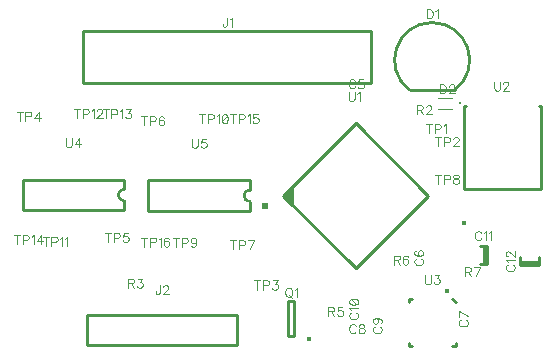
<source format=gbr>
G04 DipTrace 2.4.0.2*
%INTopSilk.gbr*%
%MOIN*%
%ADD10C,0.0098*%
%ADD27C,0.0039*%
%ADD28C,0.0079*%
%ADD34C,0.0154*%
%ADD37C,0.0237*%
%ADD40O,0.0154X0.0162*%
%ADD88C,0.0046*%
%FSLAX44Y44*%
G04*
G70*
G90*
G75*
G01*
%LNTopSilk*%
%LPD*%
X20179Y8002D2*
D10*
Y7372D1*
X20254Y8002D2*
Y7372D1*
Y8002D2*
X20018D1*
X20254Y7372D2*
X20018D1*
X22002Y7445D2*
X21372D1*
X22002Y7370D2*
X21372D1*
X22002D2*
Y7606D1*
X21372Y7370D2*
Y7606D1*
X19186Y13187D2*
X17688D1*
X19189Y13189D2*
G03X17685Y13189I-752J998D01*
G01*
X19115Y12541D2*
D27*
X18643D1*
X19115Y12935D2*
X18643D1*
D28*
X19352Y12738D3*
X16409Y13427D2*
D10*
X6803D1*
Y15159D1*
X16409D1*
Y13427D1*
X6937Y5687D2*
X11937D1*
Y4687D1*
X6937D1*
Y5687D1*
D34*
X14334Y4879D3*
X13833Y4971D2*
D10*
Y6152D1*
X13636D1*
Y4971D1*
X13833D1*
X13466Y9660D2*
X15887Y12082D1*
X18309Y9660D1*
X15887Y7238D1*
X13466Y9660D1*
D37*
X12881Y9326D3*
G36*
X13482Y9655D2*
X13752Y9913D1*
X13482Y9655D1*
G37*
G36*
X13493Y9716D2*
X13827Y10050D1*
Y9271D1*
X13493Y9716D1*
G37*
X19484Y9890D2*
D10*
X22083D1*
X19484Y12646D2*
Y9890D1*
Y12646D2*
X19563D1*
X22083D2*
Y9890D1*
Y12646D2*
X22004D1*
D34*
X19494Y8741D3*
X19114Y6227D2*
D10*
X19232Y6109D1*
X17657Y6227D2*
Y6109D1*
Y6227D2*
X17776D1*
X17657Y4652D2*
X17776D1*
X17657D2*
Y4770D1*
X19232Y4652D2*
X19114D1*
X19232D2*
Y4770D1*
D40*
X18935Y6501D3*
X8177Y10197D2*
D10*
X4791D1*
X8177Y9174D2*
X4791D1*
Y10197D2*
Y9174D1*
X8177Y10197D2*
Y9882D1*
Y9489D2*
Y9174D1*
Y9882D2*
G03X8177Y9489I0J-197D01*
G01*
X12369Y10175D2*
X8983D1*
X12369Y9151D2*
X8983D1*
Y10175D2*
Y9151D1*
X12369Y10175D2*
Y9860D1*
Y9466D2*
Y9151D1*
Y9860D2*
G03X12369Y9466I0J-197D01*
G01*
X15873Y13470D2*
D88*
X15859Y13498D1*
X15830Y13527D1*
X15802Y13541D1*
X15744D1*
X15715Y13527D1*
X15687Y13498D1*
X15672Y13470D1*
X15658Y13426D1*
Y13355D1*
X15672Y13312D1*
X15687Y13283D1*
X15715Y13254D1*
X15744Y13240D1*
X15802D1*
X15830Y13254D1*
X15859Y13283D1*
X15873Y13312D1*
X16138Y13541D2*
X15995D1*
X15980Y13412D1*
X15995Y13426D1*
X16038Y13441D1*
X16081D1*
X16124Y13426D1*
X16153Y13398D1*
X16167Y13355D1*
Y13326D1*
X16153Y13283D1*
X16124Y13254D1*
X16081Y13240D1*
X16038D1*
X15995Y13254D1*
X15980Y13269D1*
X15966Y13297D1*
X17914Y7567D2*
X17886Y7553D1*
X17857Y7524D1*
X17843Y7495D1*
Y7438D1*
X17857Y7409D1*
X17886Y7381D1*
X17914Y7366D1*
X17957Y7352D1*
X18029D1*
X18072Y7366D1*
X18101Y7381D1*
X18129Y7409D1*
X18144Y7438D1*
Y7495D1*
X18129Y7524D1*
X18101Y7553D1*
X18072Y7567D1*
X17886Y7832D2*
X17857Y7817D1*
X17843Y7774D1*
Y7746D1*
X17857Y7703D1*
X17900Y7674D1*
X17972Y7660D1*
X18044D1*
X18101Y7674D1*
X18130Y7703D1*
X18144Y7746D1*
Y7760D1*
X18130Y7803D1*
X18101Y7832D1*
X18058Y7846D1*
X18044D1*
X18000Y7832D1*
X17972Y7803D1*
X17958Y7760D1*
Y7746D1*
X17972Y7703D1*
X18000Y7674D1*
X18044Y7660D1*
X19397Y5520D2*
X19369Y5506D1*
X19340Y5477D1*
X19325Y5449D1*
Y5391D1*
X19340Y5362D1*
X19369Y5334D1*
X19397Y5319D1*
X19440Y5305D1*
X19512D1*
X19555Y5319D1*
X19584Y5334D1*
X19612Y5362D1*
X19627Y5391D1*
Y5449D1*
X19612Y5477D1*
X19584Y5506D1*
X19555Y5520D1*
X19627Y5670D2*
X19326Y5814D1*
Y5613D1*
X15895Y5312D2*
X15880Y5341D1*
X15852Y5369D1*
X15823Y5384D1*
X15766D1*
X15737Y5369D1*
X15708Y5341D1*
X15694Y5312D1*
X15680Y5269D1*
Y5197D1*
X15694Y5154D1*
X15708Y5125D1*
X15737Y5097D1*
X15766Y5082D1*
X15823D1*
X15852Y5097D1*
X15880Y5125D1*
X15895Y5154D1*
X16059Y5383D2*
X16016Y5369D1*
X16002Y5341D1*
Y5312D1*
X16016Y5283D1*
X16045Y5269D1*
X16102Y5254D1*
X16145Y5240D1*
X16174Y5211D1*
X16188Y5183D1*
Y5140D1*
X16174Y5111D1*
X16159Y5097D1*
X16116Y5082D1*
X16059D1*
X16016Y5097D1*
X16002Y5111D1*
X15987Y5140D1*
Y5183D1*
X16002Y5211D1*
X16030Y5240D1*
X16073Y5254D1*
X16131Y5269D1*
X16159Y5283D1*
X16174Y5312D1*
Y5341D1*
X16159Y5369D1*
X16116Y5383D1*
X16059D1*
X16533Y5302D2*
X16505Y5288D1*
X16476Y5259D1*
X16462Y5231D1*
Y5173D1*
X16476Y5145D1*
X16505Y5116D1*
X16533Y5101D1*
X16577Y5087D1*
X16649D1*
X16691Y5101D1*
X16720Y5116D1*
X16749Y5145D1*
X16763Y5173D1*
Y5231D1*
X16749Y5259D1*
X16720Y5288D1*
X16691Y5302D1*
X16562Y5582D2*
X16605Y5567D1*
X16634Y5539D1*
X16649Y5495D1*
Y5481D1*
X16634Y5438D1*
X16605Y5410D1*
X16562Y5395D1*
X16548D1*
X16505Y5410D1*
X16476Y5438D1*
X16462Y5481D1*
Y5495D1*
X16476Y5539D1*
X16505Y5567D1*
X16562Y5582D1*
X16634D1*
X16706Y5567D1*
X16749Y5539D1*
X16763Y5495D1*
Y5467D1*
X16749Y5424D1*
X16720Y5410D1*
X15741Y5769D2*
X15713Y5754D1*
X15684Y5726D1*
X15670Y5697D1*
Y5640D1*
X15684Y5611D1*
X15713Y5582D1*
X15741Y5568D1*
X15785Y5553D1*
X15856D1*
X15899Y5568D1*
X15928Y5582D1*
X15957Y5611D1*
X15971Y5640D1*
Y5697D1*
X15957Y5726D1*
X15928Y5754D1*
X15899Y5769D1*
X15727Y5861D2*
X15713Y5890D1*
X15670Y5933D1*
X15971D1*
X15670Y6112D2*
X15684Y6069D1*
X15727Y6040D1*
X15799Y6026D1*
X15842D1*
X15914Y6040D1*
X15957Y6069D1*
X15971Y6112D1*
Y6141D1*
X15957Y6184D1*
X15914Y6212D1*
X15842Y6227D1*
X15799D1*
X15727Y6212D1*
X15684Y6184D1*
X15670Y6141D1*
Y6112D1*
X15727Y6212D2*
X15914Y6040D1*
X20079Y8409D2*
X20065Y8438D1*
X20036Y8466D1*
X20007Y8481D1*
X19950D1*
X19921Y8466D1*
X19892Y8438D1*
X19878Y8409D1*
X19864Y8366D1*
Y8294D1*
X19878Y8251D1*
X19892Y8222D1*
X19921Y8194D1*
X19950Y8179D1*
X20007D1*
X20036Y8194D1*
X20065Y8222D1*
X20079Y8251D1*
X20171Y8423D2*
X20200Y8438D1*
X20243Y8480D1*
Y8179D1*
X20336Y8423D2*
X20365Y8438D1*
X20408Y8480D1*
Y8179D1*
X20965Y7367D2*
X20936Y7352D1*
X20908Y7324D1*
X20893Y7295D1*
Y7238D1*
X20908Y7209D1*
X20936Y7180D1*
X20965Y7166D1*
X21008Y7151D1*
X21080D1*
X21123Y7166D1*
X21152Y7180D1*
X21180Y7209D1*
X21195Y7238D1*
Y7295D1*
X21180Y7324D1*
X21152Y7352D1*
X21123Y7367D1*
X20951Y7459D2*
X20936Y7488D1*
X20894Y7531D1*
X21195D1*
X20965Y7639D2*
X20951D1*
X20922Y7653D1*
X20908Y7667D1*
X20894Y7696D1*
Y7753D1*
X20908Y7782D1*
X20922Y7796D1*
X20951Y7811D1*
X20980D1*
X21008Y7796D1*
X21051Y7768D1*
X21195Y7624D1*
Y7825D1*
X18254Y15876D2*
Y15575D1*
X18355D1*
X18398Y15590D1*
X18427Y15618D1*
X18441Y15647D1*
X18455Y15690D1*
Y15762D1*
X18441Y15805D1*
X18427Y15833D1*
X18398Y15862D1*
X18355Y15876D1*
X18254D1*
X18548Y15819D2*
X18577Y15833D1*
X18620Y15876D1*
Y15575D1*
X18701Y13374D2*
Y13073D1*
X18801D1*
X18844Y13087D1*
X18873Y13116D1*
X18888Y13145D1*
X18902Y13188D1*
Y13260D1*
X18888Y13303D1*
X18873Y13331D1*
X18844Y13360D1*
X18801Y13374D1*
X18701D1*
X19009Y13302D2*
Y13317D1*
X19023Y13345D1*
X19038Y13360D1*
X19066Y13374D1*
X19124D1*
X19152Y13360D1*
X19167Y13345D1*
X19181Y13317D1*
Y13288D1*
X19167Y13259D1*
X19138Y13216D1*
X18994Y13073D1*
X19195D1*
X11596Y15599D2*
Y15369D1*
X11582Y15326D1*
X11567Y15312D1*
X11538Y15297D1*
X11510D1*
X11481Y15312D1*
X11467Y15326D1*
X11452Y15369D1*
Y15398D1*
X11688Y15541D2*
X11717Y15556D1*
X11760Y15598D1*
Y15297D1*
X9362Y6676D2*
Y6446D1*
X9348Y6403D1*
X9333Y6389D1*
X9305Y6374D1*
X9276D1*
X9247Y6389D1*
X9233Y6403D1*
X9218Y6446D1*
Y6475D1*
X9469Y6604D2*
Y6618D1*
X9483Y6647D1*
X9498Y6661D1*
X9527Y6675D1*
X9584D1*
X9612Y6661D1*
X9627Y6647D1*
X9641Y6618D1*
Y6589D1*
X9627Y6560D1*
X9598Y6518D1*
X9455Y6374D1*
X9656D1*
X13632Y6591D2*
X13604Y6577D1*
X13575Y6548D1*
X13560Y6519D1*
X13546Y6476D1*
Y6405D1*
X13560Y6361D1*
X13575Y6333D1*
X13604Y6304D1*
X13632Y6290D1*
X13689D1*
X13718Y6304D1*
X13747Y6333D1*
X13761Y6361D1*
X13776Y6405D1*
Y6476D1*
X13761Y6519D1*
X13747Y6548D1*
X13718Y6577D1*
X13689Y6591D1*
X13632D1*
X13675Y6347D2*
X13761Y6261D1*
X13868Y6533D2*
X13897Y6548D1*
X13940Y6591D1*
Y6289D1*
X17929Y12533D2*
X18058D1*
X18101Y12548D1*
X18116Y12562D1*
X18130Y12591D1*
Y12620D1*
X18116Y12648D1*
X18101Y12663D1*
X18058Y12677D1*
X17929D1*
Y12376D1*
X18029Y12533D2*
X18130Y12376D1*
X18237Y12605D2*
Y12619D1*
X18251Y12648D1*
X18266Y12662D1*
X18295Y12677D1*
X18352D1*
X18380Y12662D1*
X18395Y12648D1*
X18409Y12619D1*
Y12591D1*
X18395Y12562D1*
X18366Y12519D1*
X18223Y12376D1*
X18424D1*
X8301Y6747D2*
X8430D1*
X8474Y6762D1*
X8488Y6776D1*
X8502Y6805D1*
Y6833D1*
X8488Y6862D1*
X8474Y6877D1*
X8430Y6891D1*
X8301D1*
Y6589D1*
X8402Y6747D2*
X8502Y6589D1*
X8624Y6891D2*
X8781D1*
X8696Y6776D1*
X8739D1*
X8767Y6762D1*
X8781Y6747D1*
X8796Y6704D1*
Y6676D1*
X8781Y6633D1*
X8753Y6604D1*
X8710Y6589D1*
X8667D1*
X8624Y6604D1*
X8610Y6618D1*
X8595Y6647D1*
X14980Y5805D2*
X15109D1*
X15152Y5819D1*
X15167Y5833D1*
X15181Y5862D1*
Y5891D1*
X15167Y5919D1*
X15152Y5934D1*
X15109Y5948D1*
X14980D1*
Y5647D1*
X15081Y5805D2*
X15181Y5647D1*
X15446Y5948D2*
X15303D1*
X15288Y5819D1*
X15303Y5833D1*
X15346Y5848D1*
X15388D1*
X15432Y5833D1*
X15460Y5805D1*
X15475Y5761D1*
Y5733D1*
X15460Y5690D1*
X15432Y5661D1*
X15388Y5647D1*
X15346D1*
X15303Y5661D1*
X15288Y5676D1*
X15274Y5704D1*
X17168Y7523D2*
X17297D1*
X17340Y7538D1*
X17354Y7552D1*
X17369Y7581D1*
Y7610D1*
X17354Y7638D1*
X17340Y7653D1*
X17297Y7667D1*
X17168D1*
Y7366D1*
X17268Y7523D2*
X17369Y7366D1*
X17633Y7624D2*
X17619Y7652D1*
X17576Y7667D1*
X17548D1*
X17504Y7652D1*
X17476Y7609D1*
X17461Y7538D1*
Y7466D1*
X17476Y7409D1*
X17504Y7380D1*
X17548Y7366D1*
X17562D1*
X17605Y7380D1*
X17633Y7409D1*
X17648Y7452D1*
Y7466D1*
X17633Y7509D1*
X17605Y7538D1*
X17562Y7552D1*
X17548D1*
X17504Y7538D1*
X17476Y7509D1*
X17461Y7466D1*
X19543Y7135D2*
X19672D1*
X19715Y7150D1*
X19729Y7164D1*
X19744Y7192D1*
Y7221D1*
X19729Y7250D1*
X19715Y7264D1*
X19672Y7279D1*
X19543D1*
Y6977D1*
X19643Y7135D2*
X19744Y6977D1*
X19894D2*
X20037Y7278D1*
X19836D1*
X18333Y12050D2*
Y11749D1*
X18232Y12050D2*
X18433D1*
X18526Y11892D2*
X18655D1*
X18698Y11906D1*
X18713Y11921D1*
X18727Y11950D1*
Y11993D1*
X18713Y12021D1*
X18698Y12036D1*
X18655Y12050D1*
X18526D1*
Y11749D1*
X18820Y11992D2*
X18848Y12007D1*
X18892Y12050D1*
Y11749D1*
X18643Y11613D2*
Y11311D1*
X18543Y11613D2*
X18744D1*
X18837Y11455D2*
X18966D1*
X19009Y11469D1*
X19023Y11484D1*
X19037Y11512D1*
Y11555D1*
X19023Y11584D1*
X19009Y11598D1*
X18966Y11613D1*
X18837D1*
Y11311D1*
X19145Y11541D2*
Y11555D1*
X19159Y11584D1*
X19173Y11598D1*
X19202Y11612D1*
X19259D1*
X19288Y11598D1*
X19302Y11584D1*
X19317Y11555D1*
Y11526D1*
X19302Y11497D1*
X19274Y11455D1*
X19130Y11311D1*
X19331D1*
X12612Y6838D2*
Y6537D1*
X12512Y6838D2*
X12713D1*
X12805Y6680D2*
X12935D1*
X12977Y6695D1*
X12992Y6709D1*
X13006Y6738D1*
Y6781D1*
X12992Y6809D1*
X12977Y6824D1*
X12935Y6838D1*
X12805D1*
Y6537D1*
X13128Y6838D2*
X13285D1*
X13199Y6723D1*
X13242D1*
X13271Y6709D1*
X13285Y6695D1*
X13300Y6652D1*
Y6623D1*
X13285Y6580D1*
X13257Y6551D1*
X13214Y6537D1*
X13170D1*
X13128Y6551D1*
X13113Y6566D1*
X13099Y6594D1*
X4686Y12469D2*
Y12168D1*
X4586Y12469D2*
X4787D1*
X4880Y12311D2*
X5009D1*
X5052Y12326D1*
X5066Y12340D1*
X5081Y12369D1*
Y12412D1*
X5066Y12440D1*
X5052Y12455D1*
X5009Y12469D1*
X4880D1*
Y12168D1*
X5317D2*
Y12469D1*
X5173Y12268D1*
X5388D1*
X7635Y8420D2*
Y8119D1*
X7534Y8420D2*
X7735D1*
X7828Y8263D2*
X7957D1*
X8000Y8277D1*
X8015Y8291D1*
X8029Y8320D1*
Y8363D1*
X8015Y8392D1*
X8000Y8406D1*
X7957Y8420D1*
X7828D1*
Y8119D1*
X8294Y8420D2*
X8150D1*
X8136Y8291D1*
X8150Y8305D1*
X8193Y8320D1*
X8236D1*
X8279Y8305D1*
X8308Y8277D1*
X8322Y8234D1*
Y8205D1*
X8308Y8162D1*
X8279Y8133D1*
X8236Y8119D1*
X8193D1*
X8150Y8133D1*
X8136Y8148D1*
X8121Y8176D1*
X8832Y12311D2*
Y12009D1*
X8732Y12311D2*
X8933D1*
X9026Y12153D2*
X9155D1*
X9198Y12167D1*
X9212Y12182D1*
X9227Y12210D1*
Y12254D1*
X9212Y12282D1*
X9198Y12297D1*
X9155Y12311D1*
X9026D1*
Y12009D1*
X9491Y12268D2*
X9477Y12296D1*
X9434Y12311D1*
X9405D1*
X9362Y12296D1*
X9333Y12253D1*
X9319Y12182D1*
Y12110D1*
X9333Y12053D1*
X9362Y12024D1*
X9405Y12009D1*
X9420D1*
X9462Y12024D1*
X9491Y12053D1*
X9506Y12096D1*
Y12110D1*
X9491Y12153D1*
X9462Y12182D1*
X9420Y12196D1*
X9405D1*
X9362Y12182D1*
X9333Y12153D1*
X9319Y12110D1*
X11812Y8178D2*
Y7876D1*
X11711Y8178D2*
X11912D1*
X12005Y8020D2*
X12134D1*
X12177Y8034D1*
X12192Y8049D1*
X12206Y8077D1*
Y8120D1*
X12192Y8149D1*
X12177Y8163D1*
X12134Y8178D1*
X12005D1*
Y7876D1*
X12356D2*
X12500Y8177D1*
X12299D1*
X18644Y10363D2*
Y10061D1*
X18543Y10363D2*
X18744D1*
X18837Y10205D2*
X18966D1*
X19009Y10219D1*
X19023Y10234D1*
X19038Y10262D1*
Y10305D1*
X19023Y10334D1*
X19009Y10348D1*
X18966Y10363D1*
X18837D1*
Y10061D1*
X19202Y10362D2*
X19159Y10348D1*
X19145Y10319D1*
Y10291D1*
X19159Y10262D1*
X19188Y10247D1*
X19245Y10233D1*
X19288Y10219D1*
X19317Y10190D1*
X19331Y10162D1*
Y10118D1*
X19317Y10090D1*
X19302Y10075D1*
X19259Y10061D1*
X19202D1*
X19159Y10075D1*
X19145Y10090D1*
X19130Y10118D1*
Y10162D1*
X19145Y10190D1*
X19173Y10219D1*
X19216Y10233D1*
X19274Y10247D1*
X19302Y10262D1*
X19317Y10291D1*
Y10319D1*
X19302Y10348D1*
X19259Y10362D1*
X19202D1*
X9897Y8259D2*
Y7958D1*
X9797Y8259D2*
X9998D1*
X10090Y8102D2*
X10219D1*
X10262Y8116D1*
X10277Y8130D1*
X10291Y8159D1*
Y8202D1*
X10277Y8231D1*
X10262Y8245D1*
X10219Y8259D1*
X10090D1*
Y7958D1*
X10570Y8159D2*
X10556Y8116D1*
X10527Y8087D1*
X10484Y8073D1*
X10470D1*
X10427Y8087D1*
X10398Y8116D1*
X10384Y8159D1*
Y8173D1*
X10398Y8216D1*
X10427Y8245D1*
X10470Y8259D1*
X10484D1*
X10527Y8245D1*
X10556Y8216D1*
X10570Y8159D1*
Y8087D1*
X10556Y8015D1*
X10527Y7972D1*
X10484Y7958D1*
X10456D1*
X10413Y7972D1*
X10398Y8001D1*
X10775Y12384D2*
Y12083D1*
X10674Y12384D2*
X10875D1*
X10968Y12227D2*
X11097D1*
X11140Y12241D1*
X11154Y12255D1*
X11169Y12284D1*
Y12327D1*
X11154Y12356D1*
X11140Y12370D1*
X11097Y12384D1*
X10968D1*
Y12083D1*
X11261Y12327D2*
X11290Y12341D1*
X11333Y12384D1*
Y12083D1*
X11512Y12384D2*
X11469Y12370D1*
X11440Y12327D1*
X11426Y12255D1*
Y12212D1*
X11440Y12140D1*
X11469Y12097D1*
X11512Y12083D1*
X11541D1*
X11584Y12097D1*
X11612Y12140D1*
X11627Y12212D1*
Y12255D1*
X11612Y12327D1*
X11584Y12370D1*
X11541Y12384D1*
X11512D1*
X11612Y12327D2*
X11440Y12140D1*
X5556Y8292D2*
Y7991D1*
X5456Y8292D2*
X5657D1*
X5749Y8134D2*
X5879D1*
X5922Y8148D1*
X5936Y8163D1*
X5950Y8192D1*
Y8235D1*
X5936Y8263D1*
X5922Y8278D1*
X5879Y8292D1*
X5749D1*
Y7991D1*
X6043Y8234D2*
X6072Y8249D1*
X6115Y8292D1*
Y7991D1*
X6208Y8234D2*
X6236Y8249D1*
X6280Y8292D1*
Y7991D1*
X6598Y12554D2*
Y12252D1*
X6497Y12554D2*
X6698D1*
X6791Y12396D2*
X6920D1*
X6963Y12410D1*
X6977Y12425D1*
X6992Y12453D1*
Y12496D1*
X6977Y12525D1*
X6963Y12540D1*
X6920Y12554D1*
X6791D1*
Y12252D1*
X7084Y12496D2*
X7113Y12511D1*
X7156Y12554D1*
Y12252D1*
X7263Y12482D2*
Y12496D1*
X7278Y12525D1*
X7292Y12539D1*
X7321Y12554D1*
X7378D1*
X7407Y12539D1*
X7421Y12525D1*
X7436Y12496D1*
Y12468D1*
X7421Y12439D1*
X7392Y12396D1*
X7249Y12252D1*
X7450D1*
X7552Y12544D2*
Y12242D1*
X7451Y12544D2*
X7652D1*
X7745Y12386D2*
X7874D1*
X7917Y12400D1*
X7931Y12415D1*
X7946Y12443D1*
Y12486D1*
X7931Y12515D1*
X7917Y12529D1*
X7874Y12544D1*
X7745D1*
Y12242D1*
X8038Y12486D2*
X8067Y12500D1*
X8110Y12543D1*
Y12242D1*
X8232Y12543D2*
X8389D1*
X8303Y12429D1*
X8346D1*
X8375Y12414D1*
X8389Y12400D1*
X8404Y12357D1*
Y12328D1*
X8389Y12285D1*
X8361Y12256D1*
X8318Y12242D1*
X8274D1*
X8232Y12256D1*
X8217Y12271D1*
X8203Y12300D1*
X4599Y8351D2*
Y8049D1*
X4498Y8351D2*
X4699D1*
X4792Y8193D2*
X4921D1*
X4964Y8207D1*
X4978Y8222D1*
X4993Y8250D1*
Y8293D1*
X4978Y8322D1*
X4964Y8336D1*
X4921Y8351D1*
X4792D1*
Y8049D1*
X5085Y8293D2*
X5114Y8308D1*
X5157Y8350D1*
Y8049D1*
X5394D2*
Y8350D1*
X5250Y8150D1*
X5465D1*
X11801Y12383D2*
Y12081D1*
X11700Y12383D2*
X11901D1*
X11994Y12225D2*
X12123D1*
X12166Y12239D1*
X12180Y12254D1*
X12195Y12282D1*
Y12325D1*
X12180Y12354D1*
X12166Y12369D1*
X12123Y12383D1*
X11994D1*
Y12081D1*
X12287Y12325D2*
X12316Y12340D1*
X12359Y12383D1*
Y12081D1*
X12624Y12383D2*
X12481D1*
X12466Y12254D1*
X12481Y12268D1*
X12524Y12282D1*
X12567D1*
X12610Y12268D1*
X12639Y12239D1*
X12653Y12196D1*
Y12168D1*
X12639Y12125D1*
X12610Y12096D1*
X12567Y12081D1*
X12524D1*
X12481Y12096D1*
X12466Y12110D1*
X12452Y12139D1*
X8837Y8269D2*
Y7967D1*
X8736Y8269D2*
X8937D1*
X9030Y8111D2*
X9159D1*
X9202Y8125D1*
X9217Y8140D1*
X9231Y8168D1*
Y8211D1*
X9217Y8240D1*
X9202Y8254D1*
X9159Y8269D1*
X9030D1*
Y7967D1*
X9323Y8211D2*
X9352Y8226D1*
X9395Y8268D1*
Y7967D1*
X9660Y8226D2*
X9646Y8254D1*
X9603Y8268D1*
X9574D1*
X9531Y8254D1*
X9502Y8211D1*
X9488Y8139D1*
Y8068D1*
X9502Y8010D1*
X9531Y7982D1*
X9574Y7967D1*
X9589D1*
X9631Y7982D1*
X9660Y8010D1*
X9674Y8054D1*
Y8068D1*
X9660Y8111D1*
X9631Y8139D1*
X9589Y8154D1*
X9574D1*
X9531Y8139D1*
X9502Y8111D1*
X9488Y8068D1*
X15652Y13120D2*
Y12905D1*
X15667Y12862D1*
X15696Y12833D1*
X15739Y12819D1*
X15767D1*
X15810Y12833D1*
X15839Y12862D1*
X15853Y12905D1*
Y13120D1*
X15946Y13062D2*
X15975Y13077D1*
X16018Y13120D1*
Y12819D1*
X20502Y13469D2*
Y13254D1*
X20517Y13211D1*
X20545Y13182D1*
X20588Y13167D1*
X20617D1*
X20660Y13182D1*
X20689Y13211D1*
X20703Y13254D1*
Y13469D1*
X20810Y13397D2*
Y13411D1*
X20825Y13440D1*
X20839Y13454D1*
X20868Y13469D1*
X20925D1*
X20954Y13454D1*
X20968Y13440D1*
X20983Y13411D1*
Y13383D1*
X20968Y13354D1*
X20939Y13311D1*
X20796Y13167D1*
X20997D1*
X18198Y7021D2*
Y6805D1*
X18212Y6762D1*
X18241Y6734D1*
X18284Y6719D1*
X18312D1*
X18355Y6734D1*
X18384Y6762D1*
X18399Y6805D1*
Y7021D1*
X18520Y7020D2*
X18678D1*
X18592Y6906D1*
X18635D1*
X18663Y6891D1*
X18678Y6877D1*
X18692Y6834D1*
Y6805D1*
X18678Y6762D1*
X18649Y6734D1*
X18606Y6719D1*
X18563D1*
X18520Y6734D1*
X18506Y6748D1*
X18491Y6777D1*
X6229Y11582D2*
Y11366D1*
X6244Y11323D1*
X6273Y11295D1*
X6316Y11280D1*
X6344D1*
X6387Y11295D1*
X6416Y11323D1*
X6430Y11366D1*
Y11582D1*
X6667Y11280D2*
Y11581D1*
X6523Y11381D1*
X6738D1*
X10429Y11559D2*
Y11344D1*
X10443Y11301D1*
X10472Y11272D1*
X10515Y11258D1*
X10543D1*
X10586Y11272D1*
X10615Y11301D1*
X10630Y11344D1*
Y11559D1*
X10894D2*
X10751D1*
X10737Y11430D1*
X10751Y11444D1*
X10794Y11459D1*
X10837D1*
X10880Y11444D1*
X10909Y11416D1*
X10923Y11372D1*
Y11344D1*
X10909Y11301D1*
X10880Y11272D1*
X10837Y11258D1*
X10794D1*
X10751Y11272D1*
X10737Y11287D1*
X10722Y11315D1*
M02*

</source>
